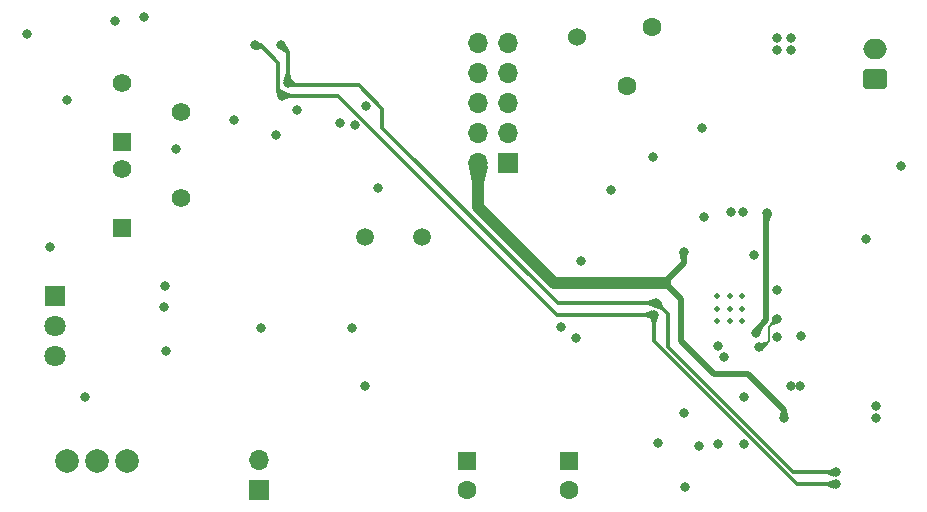
<source format=gbr>
%TF.GenerationSoftware,KiCad,Pcbnew,8.0.2-8.0.2-0~ubuntu22.04.1*%
%TF.CreationDate,2024-05-11T00:12:29+03:00*%
%TF.ProjectId,outdoor-module,6f757464-6f6f-4722-9d6d-6f64756c652e,rev?*%
%TF.SameCoordinates,Original*%
%TF.FileFunction,Copper,L3,Inr*%
%TF.FilePolarity,Positive*%
%FSLAX46Y46*%
G04 Gerber Fmt 4.6, Leading zero omitted, Abs format (unit mm)*
G04 Created by KiCad (PCBNEW 8.0.2-8.0.2-0~ubuntu22.04.1) date 2024-05-11 00:12:29*
%MOMM*%
%LPD*%
G01*
G04 APERTURE LIST*
G04 Aperture macros list*
%AMRoundRect*
0 Rectangle with rounded corners*
0 $1 Rounding radius*
0 $2 $3 $4 $5 $6 $7 $8 $9 X,Y pos of 4 corners*
0 Add a 4 corners polygon primitive as box body*
4,1,4,$2,$3,$4,$5,$6,$7,$8,$9,$2,$3,0*
0 Add four circle primitives for the rounded corners*
1,1,$1+$1,$2,$3*
1,1,$1+$1,$4,$5*
1,1,$1+$1,$6,$7*
1,1,$1+$1,$8,$9*
0 Add four rect primitives between the rounded corners*
20,1,$1+$1,$2,$3,$4,$5,0*
20,1,$1+$1,$4,$5,$6,$7,0*
20,1,$1+$1,$6,$7,$8,$9,0*
20,1,$1+$1,$8,$9,$2,$3,0*%
G04 Aperture macros list end*
%TA.AperFunction,ComponentPad*%
%ADD10C,1.500000*%
%TD*%
%TA.AperFunction,ComponentPad*%
%ADD11C,1.524000*%
%TD*%
%TA.AperFunction,ComponentPad*%
%ADD12R,1.800000X1.800000*%
%TD*%
%TA.AperFunction,ComponentPad*%
%ADD13C,1.800000*%
%TD*%
%TA.AperFunction,ComponentPad*%
%ADD14R,1.700000X1.700000*%
%TD*%
%TA.AperFunction,ComponentPad*%
%ADD15O,1.700000X1.700000*%
%TD*%
%TA.AperFunction,ComponentPad*%
%ADD16R,1.600000X1.600000*%
%TD*%
%TA.AperFunction,ComponentPad*%
%ADD17C,1.600000*%
%TD*%
%TA.AperFunction,ComponentPad*%
%ADD18R,1.560000X1.560000*%
%TD*%
%TA.AperFunction,ComponentPad*%
%ADD19C,1.560000*%
%TD*%
%TA.AperFunction,ComponentPad*%
%ADD20C,2.000000*%
%TD*%
%TA.AperFunction,HeatsinkPad*%
%ADD21C,0.500000*%
%TD*%
%TA.AperFunction,ComponentPad*%
%ADD22RoundRect,0.250000X0.750000X-0.600000X0.750000X0.600000X-0.750000X0.600000X-0.750000X-0.600000X0*%
%TD*%
%TA.AperFunction,ComponentPad*%
%ADD23O,2.000000X1.700000*%
%TD*%
%TA.AperFunction,ViaPad*%
%ADD24C,0.800000*%
%TD*%
%TA.AperFunction,Conductor*%
%ADD25C,0.500000*%
%TD*%
%TA.AperFunction,Conductor*%
%ADD26C,1.000000*%
%TD*%
%TA.AperFunction,Conductor*%
%ADD27C,0.200000*%
%TD*%
%TA.AperFunction,Conductor*%
%ADD28C,0.300000*%
%TD*%
G04 APERTURE END LIST*
D10*
%TO.N,Net-(U1-XTAL2{slash}PB7)*%
%TO.C,X1*%
X94800000Y-59100000D03*
%TO.N,Net-(U1-XTAL1{slash}PB6)*%
X89920000Y-59100000D03*
%TD*%
D11*
%TO.N,GNDA*%
%TO.C,TP2*%
X107900000Y-42100000D03*
%TD*%
D12*
%TO.N,Net-(D1-A1)*%
%TO.C,D1*%
X63700000Y-64050000D03*
D13*
%TO.N,Net-(D1-K)*%
X63700000Y-66590000D03*
%TO.N,Net-(D1-A2)*%
X63700000Y-69130000D03*
%TD*%
D14*
%TO.N,/MOSI*%
%TO.C,J2*%
X102075000Y-52775000D03*
D15*
%TO.N,+5V*%
X99535000Y-52775000D03*
%TO.N,unconnected-(J2-Pin_3-Pad3)*%
X102075000Y-50235000D03*
%TO.N,/RXD*%
X99535000Y-50235000D03*
%TO.N,/RESET#*%
X102075000Y-47695000D03*
%TO.N,/TXD*%
X99535000Y-47695000D03*
%TO.N,/SCK*%
X102075000Y-45155000D03*
%TO.N,GNDA*%
X99535000Y-45155000D03*
%TO.N,/MISO*%
X102075000Y-42615000D03*
%TO.N,GNDA*%
X99535000Y-42615000D03*
%TD*%
D16*
%TO.N,/VBAT*%
%TO.C,C7*%
X107200000Y-78017621D03*
D17*
%TO.N,GNDA*%
X107200000Y-80517621D03*
%TD*%
D18*
%TO.N,/NOISE*%
%TO.C,RV3*%
X69380000Y-51000000D03*
D19*
%TO.N,Net-(U10-Vin-)*%
X74380000Y-48500000D03*
%TO.N,GNDA*%
X69380000Y-46000000D03*
%TD*%
D16*
%TO.N,/VBAT*%
%TO.C,C3*%
X98600000Y-78017621D03*
D17*
%TO.N,GNDPWR*%
X98600000Y-80517621D03*
%TD*%
D20*
%TO.N,/FM_OUT*%
%TO.C,U2*%
X69740000Y-78000000D03*
%TO.N,+5V*%
X67200000Y-78000000D03*
%TO.N,GNDA*%
X64660000Y-78000000D03*
%TD*%
D18*
%TO.N,+5V*%
%TO.C,RV1*%
X69360000Y-58300000D03*
D19*
%TO.N,Net-(U9-Vin-)*%
X74360000Y-55800000D03*
%TO.N,GNDA*%
X69360000Y-53300000D03*
%TD*%
D17*
%TO.N,/CHARGER_SUPPLY*%
%TO.C,RV2*%
X114250000Y-41300000D03*
%TO.N,GNDPWR*%
X112150000Y-46300000D03*
%TD*%
D21*
%TO.N,GNDPWR*%
%TO.C,U8*%
X121850000Y-64100000D03*
X120800000Y-64100000D03*
X119750000Y-64100000D03*
X121850000Y-65150000D03*
X120800000Y-65150000D03*
X119750000Y-65150000D03*
X121850000Y-66200000D03*
X120800000Y-66200000D03*
X119750000Y-66200000D03*
%TD*%
D14*
%TO.N,GNDPWR*%
%TO.C,J1*%
X80975000Y-80450000D03*
D15*
%TO.N,Net-(J1-Pin_2)*%
X80975000Y-77910000D03*
%TD*%
D22*
%TO.N,GNDPWR*%
%TO.C,J3*%
X133075000Y-45650000D03*
D23*
%TO.N,Net-(D6-A1)*%
X133075000Y-43150000D03*
%TD*%
D24*
%TO.N,+5V*%
X63300000Y-59900000D03*
X125400000Y-74400000D03*
X68800000Y-40800000D03*
X72950560Y-64987500D03*
X91000000Y-54900000D03*
X81100000Y-66800000D03*
X82400000Y-50400000D03*
X116900000Y-60350000D03*
X73900000Y-51600000D03*
X73050560Y-68687500D03*
%TO.N,GNDA*%
X123000000Y-67200000D03*
X108200000Y-61112500D03*
X71200000Y-40400000D03*
X66200000Y-72600000D03*
X106500000Y-66700000D03*
X124000000Y-57000000D03*
X90000000Y-48000000D03*
X117000000Y-80200000D03*
X78800000Y-49200000D03*
X88800000Y-66800000D03*
%TO.N,Net-(U8-ILIM)*%
X124800000Y-66000000D03*
X123326256Y-68404425D03*
%TO.N,GNDPWR*%
X135300000Y-53050000D03*
X124800000Y-67550000D03*
X126000000Y-71700000D03*
X126800000Y-71700000D03*
%TO.N,/RESET#*%
X84200000Y-48300000D03*
%TO.N,+3V3*%
X61300000Y-41900000D03*
%TO.N,Net-(Q4-G)*%
X114300415Y-52269392D03*
X118600000Y-57400000D03*
%TO.N,Net-(Q3-S)*%
X118500415Y-49869392D03*
%TO.N,/VSYS*%
X132325000Y-59200000D03*
X89968750Y-71668750D03*
%TO.N,/NOISE_ALARM*%
X73020000Y-63250500D03*
%TO.N,Net-(Q5-S)*%
X124800000Y-63550000D03*
X126825000Y-67450000D03*
%TO.N,/CHARGER_BATSRC*%
X133200000Y-74400000D03*
X133200000Y-73400000D03*
X118200000Y-76800000D03*
%TO.N,/VBAT*%
X114700000Y-76500000D03*
%TO.N,/RXD*%
X89100000Y-49600000D03*
%TO.N,/TXD*%
X87819622Y-49419622D03*
%TO.N,Net-(Q3-G)*%
X110800415Y-55069392D03*
%TO.N,/SDA*%
X114578063Y-64666487D03*
X83395892Y-46000000D03*
X129800000Y-79000000D03*
X82800000Y-42800000D03*
%TO.N,/SCL*%
X80600000Y-42800000D03*
X114400000Y-65650000D03*
X129800000Y-80000000D03*
X82900000Y-47100000D03*
%TO.N,/CHARGER_SRP*%
X116900000Y-74000000D03*
X122000000Y-72600000D03*
%TO.N,Net-(U8-VCC)*%
X122900000Y-60600000D03*
X107800000Y-67600000D03*
%TO.N,Net-(U10-Vin+)*%
X64700000Y-47487500D03*
%TO.N,Net-(U8-ACDRV)*%
X120900000Y-56950000D03*
%TO.N,Net-(U8-CMSRC)*%
X121899503Y-56950000D03*
%TO.N,Net-(U8-BATDRV)*%
X120300000Y-69200000D03*
%TO.N,Net-(U8-BATSRC)*%
X119803860Y-68331754D03*
%TO.N,Net-(U12-VIN_+)*%
X122000000Y-76600000D03*
%TO.N,Net-(U12-VIN_-)*%
X119800000Y-76600000D03*
%TO.N,Net-(D7-K)*%
X124800000Y-43200000D03*
X126000000Y-43200000D03*
X126000000Y-42200000D03*
X124800000Y-42200000D03*
%TD*%
D25*
%TO.N,+5V*%
X116900000Y-61250000D02*
X116900000Y-60350000D01*
X115300000Y-62850000D02*
X116900000Y-61250000D01*
D26*
X105950000Y-62950000D02*
X115300000Y-62950000D01*
D25*
X115300000Y-62950000D02*
X115350000Y-62950000D01*
X125400000Y-73697918D02*
X125400000Y-74400000D01*
X116700000Y-64300000D02*
X116700000Y-67900000D01*
X119450000Y-70650000D02*
X122352082Y-70650000D01*
X115300000Y-62950000D02*
X115300000Y-62850000D01*
X116700000Y-67900000D02*
X119450000Y-70650000D01*
D26*
X99535000Y-52775000D02*
X99535000Y-56535000D01*
D25*
X115350000Y-62950000D02*
X116700000Y-64300000D01*
X122352082Y-70650000D02*
X125400000Y-73697918D01*
D26*
X99535000Y-56535000D02*
X105950000Y-62950000D01*
D25*
%TO.N,GNDA*%
X123900000Y-66122182D02*
X123900000Y-57100000D01*
X123000000Y-67022182D02*
X123900000Y-66122182D01*
X123900000Y-57100000D02*
X124000000Y-57000000D01*
X123000000Y-67200000D02*
X123000000Y-67022182D01*
D27*
%TO.N,Net-(U8-ILIM)*%
X123595575Y-68404425D02*
X124100000Y-67900000D01*
X124100000Y-66700000D02*
X124800000Y-66000000D01*
X123326256Y-68404425D02*
X123595575Y-68404425D01*
X124100000Y-67900000D02*
X124100000Y-66700000D01*
D28*
%TO.N,/SDA*%
X83595892Y-46200000D02*
X89400000Y-46200000D01*
X115600000Y-65600000D02*
X115600000Y-68392894D01*
X106266487Y-64666487D02*
X114578063Y-64666487D01*
X115600000Y-68392894D02*
X126207106Y-79000000D01*
X83395892Y-46000000D02*
X83595892Y-46200000D01*
X83395892Y-46000000D02*
X83395892Y-43395892D01*
X83395892Y-43395892D02*
X82800000Y-42800000D01*
X114578063Y-64666487D02*
X114666487Y-64666487D01*
X91400000Y-49800000D02*
X106266487Y-64666487D01*
X91400000Y-48200000D02*
X91400000Y-49800000D01*
X89400000Y-46200000D02*
X91400000Y-48200000D01*
X114666487Y-64666487D02*
X115600000Y-65600000D01*
X126207106Y-79000000D02*
X129800000Y-79000000D01*
%TO.N,/SCL*%
X81100000Y-42800000D02*
X80600000Y-42800000D01*
X129800000Y-80000000D02*
X126500000Y-80000000D01*
X82900000Y-47100000D02*
X82600000Y-46800000D01*
X106210661Y-65650000D02*
X87660661Y-47100000D01*
X126500000Y-80000000D02*
X114400000Y-67900000D01*
X114400000Y-67900000D02*
X114400000Y-65650000D01*
X87660661Y-47100000D02*
X82900000Y-47100000D01*
X82600000Y-44300000D02*
X81100000Y-42800000D01*
X82600000Y-46800000D02*
X82600000Y-44300000D01*
X106210661Y-65650000D02*
X114400000Y-65650000D01*
%TD*%
%TA.AperFunction,Conductor*%
%TO.N,+5V*%
G36*
X117285939Y-60349964D02*
G01*
X117294202Y-60353412D01*
X117297608Y-60361693D01*
X117297408Y-60363820D01*
X117151790Y-61140456D01*
X117146897Y-61147956D01*
X117140290Y-61150000D01*
X116659710Y-61150000D01*
X116651437Y-61146573D01*
X116648210Y-61140456D01*
X116502591Y-60363820D01*
X116504435Y-60355057D01*
X116511935Y-60350164D01*
X116514052Y-60349964D01*
X116900000Y-60349000D01*
X117285939Y-60349964D01*
G37*
%TD.AperFunction*%
%TD*%
%TA.AperFunction,Conductor*%
%TO.N,+5V*%
G36*
X125510647Y-73465339D02*
G01*
X125513485Y-73469948D01*
X125706285Y-74054958D01*
X125766160Y-74236635D01*
X125765495Y-74245565D01*
X125759550Y-74251096D01*
X125405200Y-74398833D01*
X125396246Y-74398854D01*
X125396210Y-74398839D01*
X125040020Y-74250902D01*
X125033694Y-74244564D01*
X125033241Y-74236945D01*
X125153159Y-73808404D01*
X125156150Y-73803290D01*
X125494102Y-73465338D01*
X125502374Y-73461912D01*
X125510647Y-73465339D01*
G37*
%TD.AperFunction*%
%TD*%
%TA.AperFunction,Conductor*%
%TO.N,+5V*%
G36*
X99539484Y-52775863D02*
G01*
X100311365Y-53096569D01*
X100317690Y-53102908D01*
X100318332Y-53109751D01*
X100036935Y-54465677D01*
X100031898Y-54473082D01*
X100025479Y-54475000D01*
X99044521Y-54475000D01*
X99036248Y-54471573D01*
X99033065Y-54465677D01*
X98751667Y-53109751D01*
X98753341Y-53100955D01*
X98758631Y-53096570D01*
X99530511Y-52775864D01*
X99539466Y-52775856D01*
X99539484Y-52775863D01*
G37*
%TD.AperFunction*%
%TD*%
%TA.AperFunction,Conductor*%
%TO.N,GNDA*%
G36*
X124002171Y-56999905D02*
G01*
X124359363Y-57148825D01*
X124365681Y-57155172D01*
X124365904Y-57163490D01*
X124152743Y-57772275D01*
X124146774Y-57778951D01*
X124141700Y-57780109D01*
X123660974Y-57780109D01*
X123652701Y-57776682D01*
X123649298Y-57769157D01*
X123600795Y-57012414D01*
X123603686Y-57003941D01*
X123611723Y-56999992D01*
X123612413Y-56999968D01*
X123997648Y-56999005D01*
X124002171Y-56999905D01*
G37*
%TD.AperFunction*%
%TD*%
%TA.AperFunction,Conductor*%
%TO.N,GNDA*%
G36*
X123290333Y-66394332D02*
G01*
X123630237Y-66734236D01*
X123633664Y-66742509D01*
X123632696Y-66747170D01*
X123374123Y-67342546D01*
X123367684Y-67348769D01*
X123358939Y-67348705D01*
X123001472Y-67201603D01*
X122997630Y-67199035D01*
X122725650Y-66925692D01*
X122722244Y-66917411D01*
X122725692Y-66909146D01*
X122725900Y-66908944D01*
X123274050Y-66394076D01*
X123282426Y-66390911D01*
X123290333Y-66394332D01*
G37*
%TD.AperFunction*%
%TD*%
%TA.AperFunction,Conductor*%
%TO.N,Net-(U8-ILIM)*%
G36*
X123919740Y-67944996D02*
G01*
X123920657Y-67945822D01*
X124050983Y-68076148D01*
X124054410Y-68084421D01*
X124052099Y-68091402D01*
X123617161Y-68676423D01*
X123609475Y-68681017D01*
X123600791Y-68678831D01*
X123599520Y-68677736D01*
X123329005Y-68408571D01*
X123325557Y-68400307D01*
X123326237Y-68014930D01*
X123329678Y-68006665D01*
X123336703Y-68003318D01*
X123911152Y-67942460D01*
X123919740Y-67944996D01*
G37*
%TD.AperFunction*%
%TD*%
%TA.AperFunction,Conductor*%
%TO.N,Net-(U8-ILIM)*%
G36*
X124796195Y-65997436D02*
G01*
X124802542Y-66003754D01*
X124802563Y-66003804D01*
X124948621Y-66358734D01*
X124948600Y-66367688D01*
X124942256Y-66374005D01*
X124312237Y-66633426D01*
X124303282Y-66633407D01*
X124299509Y-66630880D01*
X124172230Y-66503601D01*
X124168803Y-66495328D01*
X124172230Y-66487055D01*
X124260489Y-66398796D01*
X124319799Y-66296069D01*
X124326286Y-66271855D01*
X124350499Y-66181493D01*
X124350500Y-66181493D01*
X124350500Y-66043400D01*
X124351380Y-66038947D01*
X124425994Y-65857742D01*
X124432313Y-65851398D01*
X124441264Y-65851378D01*
X124796195Y-65997436D01*
G37*
%TD.AperFunction*%
%TD*%
%TA.AperFunction,Conductor*%
%TO.N,/SDA*%
G36*
X83686810Y-45723059D02*
G01*
X84065685Y-46000000D01*
X84129293Y-46046494D01*
X84133950Y-46054143D01*
X84134089Y-46055940D01*
X84134089Y-46339065D01*
X84130662Y-46347338D01*
X84123180Y-46350738D01*
X83408351Y-46399156D01*
X83399865Y-46396296D01*
X83395887Y-46388274D01*
X83395860Y-46387535D01*
X83394904Y-46004874D01*
X83398310Y-45996594D01*
X83671649Y-45724217D01*
X83679928Y-45720806D01*
X83686810Y-45723059D01*
G37*
%TD.AperFunction*%
%TD*%
%TA.AperFunction,Conductor*%
%TO.N,/SDA*%
G36*
X114423573Y-64301034D02*
G01*
X114429196Y-64307025D01*
X114577186Y-64661985D01*
X114577207Y-64670939D01*
X114577186Y-64670989D01*
X114429196Y-65025948D01*
X114422849Y-65032266D01*
X114414637Y-65032525D01*
X113786003Y-64819181D01*
X113779270Y-64813278D01*
X113778063Y-64808102D01*
X113778063Y-64524871D01*
X113781490Y-64516598D01*
X113786001Y-64513792D01*
X114414638Y-64300448D01*
X114423573Y-64301034D01*
G37*
%TD.AperFunction*%
%TD*%
%TA.AperFunction,Conductor*%
%TO.N,/SDA*%
G36*
X83545781Y-45203427D02*
G01*
X83548587Y-45207940D01*
X83761930Y-45836574D01*
X83761344Y-45845510D01*
X83755353Y-45851133D01*
X83400394Y-45999123D01*
X83391440Y-45999144D01*
X83391390Y-45999123D01*
X83036430Y-45851133D01*
X83030112Y-45844786D01*
X83029853Y-45836575D01*
X83243197Y-45207939D01*
X83249100Y-45201207D01*
X83254276Y-45200000D01*
X83537508Y-45200000D01*
X83545781Y-45203427D01*
G37*
%TD.AperFunction*%
%TD*%
%TA.AperFunction,Conductor*%
%TO.N,/SDA*%
G36*
X83168396Y-42651108D02*
G01*
X83174387Y-42656731D01*
X83468041Y-43252099D01*
X83468627Y-43261035D01*
X83465821Y-43265548D01*
X83265548Y-43465821D01*
X83257275Y-43469248D01*
X83252099Y-43468041D01*
X82656731Y-43174387D01*
X82650828Y-43167654D01*
X82651087Y-43159442D01*
X82797437Y-42803802D01*
X82803753Y-42797457D01*
X83159442Y-42651087D01*
X83168396Y-42651108D01*
G37*
%TD.AperFunction*%
%TD*%
%TA.AperFunction,Conductor*%
%TO.N,/SDA*%
G36*
X114947285Y-64517255D02*
G01*
X114952800Y-64522010D01*
X115280319Y-65064956D01*
X115280502Y-65065258D01*
X115281841Y-65074112D01*
X115278757Y-65079574D01*
X115078476Y-65279855D01*
X115070203Y-65283282D01*
X115066004Y-65282503D01*
X114749887Y-65160959D01*
X114746964Y-65159320D01*
X114702846Y-65125468D01*
X114702847Y-65125468D01*
X114702841Y-65125464D01*
X114702837Y-65125462D01*
X114702832Y-65125459D01*
X114556764Y-65064956D01*
X114556763Y-65064955D01*
X114472123Y-65053812D01*
X114469451Y-65053133D01*
X114436168Y-65040336D01*
X114429676Y-65034168D01*
X114429446Y-65025216D01*
X114429517Y-65025036D01*
X114575500Y-64670289D01*
X114581816Y-64663944D01*
X114938332Y-64517234D01*
X114947285Y-64517255D01*
G37*
%TD.AperFunction*%
%TD*%
%TA.AperFunction,Conductor*%
%TO.N,/SDA*%
G36*
X129645510Y-78634547D02*
G01*
X129651133Y-78640538D01*
X129799123Y-78995498D01*
X129799144Y-79004452D01*
X129799123Y-79004502D01*
X129651133Y-79359461D01*
X129644786Y-79365779D01*
X129636574Y-79366038D01*
X129007940Y-79152694D01*
X129001207Y-79146791D01*
X129000000Y-79141615D01*
X129000000Y-78858384D01*
X129003427Y-78850111D01*
X129007938Y-78847305D01*
X129636575Y-78633961D01*
X129645510Y-78634547D01*
G37*
%TD.AperFunction*%
%TD*%
%TA.AperFunction,Conductor*%
%TO.N,/SCL*%
G36*
X80890905Y-42523013D02*
G01*
X80892519Y-42524186D01*
X81407114Y-42898014D01*
X81411793Y-42905649D01*
X81409703Y-42914357D01*
X81408510Y-42915753D01*
X81208859Y-43115404D01*
X81202151Y-43118726D01*
X80613241Y-43198212D01*
X80604584Y-43195922D01*
X80600081Y-43188182D01*
X80599976Y-43186638D01*
X80599301Y-42804166D01*
X80602711Y-42795891D01*
X80875780Y-42524184D01*
X80884058Y-42520780D01*
X80890905Y-42523013D01*
G37*
%TD.AperFunction*%
%TD*%
%TA.AperFunction,Conductor*%
%TO.N,/SCL*%
G36*
X129645510Y-79634547D02*
G01*
X129651133Y-79640538D01*
X129799123Y-79995498D01*
X129799144Y-80004452D01*
X129799123Y-80004502D01*
X129651133Y-80359461D01*
X129644786Y-80365779D01*
X129636574Y-80366038D01*
X129007940Y-80152694D01*
X129001207Y-80146791D01*
X129000000Y-80141615D01*
X129000000Y-79858384D01*
X129003427Y-79850111D01*
X129007938Y-79847305D01*
X129636575Y-79633961D01*
X129645510Y-79634547D01*
G37*
%TD.AperFunction*%
%TD*%
%TA.AperFunction,Conductor*%
%TO.N,/SCL*%
G36*
X82753345Y-46427299D02*
G01*
X82933672Y-46590983D01*
X83173766Y-46808918D01*
X83177588Y-46817016D01*
X83174565Y-46825445D01*
X83174190Y-46825840D01*
X82903441Y-47097546D01*
X82895174Y-47100987D01*
X82895124Y-47100987D01*
X82510839Y-47100027D01*
X82502574Y-47096579D01*
X82499200Y-47089190D01*
X82450930Y-46436826D01*
X82453737Y-46428323D01*
X82461735Y-46424295D01*
X82462598Y-46424263D01*
X82745482Y-46424263D01*
X82753345Y-46427299D01*
G37*
%TD.AperFunction*%
%TD*%
%TA.AperFunction,Conductor*%
%TO.N,/SCL*%
G36*
X114719439Y-65782180D02*
G01*
X114759461Y-65798866D01*
X114765779Y-65805213D01*
X114766038Y-65813425D01*
X114552695Y-66442060D01*
X114546792Y-66448793D01*
X114541616Y-66450000D01*
X114258384Y-66450000D01*
X114250111Y-66446573D01*
X114247305Y-66442060D01*
X114033961Y-65813425D01*
X114034547Y-65804489D01*
X114040537Y-65798866D01*
X114395500Y-65650875D01*
X114404449Y-65650855D01*
X114719439Y-65782180D01*
G37*
%TD.AperFunction*%
%TD*%
%TA.AperFunction,Conductor*%
%TO.N,/SCL*%
G36*
X83692060Y-46947305D02*
G01*
X83698793Y-46953208D01*
X83700000Y-46958384D01*
X83700000Y-47241615D01*
X83696573Y-47249888D01*
X83692060Y-47252694D01*
X83063425Y-47466038D01*
X83054489Y-47465452D01*
X83048866Y-47459461D01*
X83032180Y-47419439D01*
X82900875Y-47104499D01*
X82900855Y-47095550D01*
X83048866Y-46740537D01*
X83055213Y-46734220D01*
X83063424Y-46733961D01*
X83692060Y-46947305D01*
G37*
%TD.AperFunction*%
%TD*%
%TA.AperFunction,Conductor*%
%TO.N,/SCL*%
G36*
X114245510Y-65284547D02*
G01*
X114251133Y-65290538D01*
X114399123Y-65645498D01*
X114399144Y-65654452D01*
X114399123Y-65654502D01*
X114251133Y-66009461D01*
X114244786Y-66015779D01*
X114236574Y-66016038D01*
X113607940Y-65802694D01*
X113601207Y-65796791D01*
X113600000Y-65791615D01*
X113600000Y-65508384D01*
X113603427Y-65500111D01*
X113607938Y-65497305D01*
X114236575Y-65283961D01*
X114245510Y-65284547D01*
G37*
%TD.AperFunction*%
%TD*%
M02*

</source>
